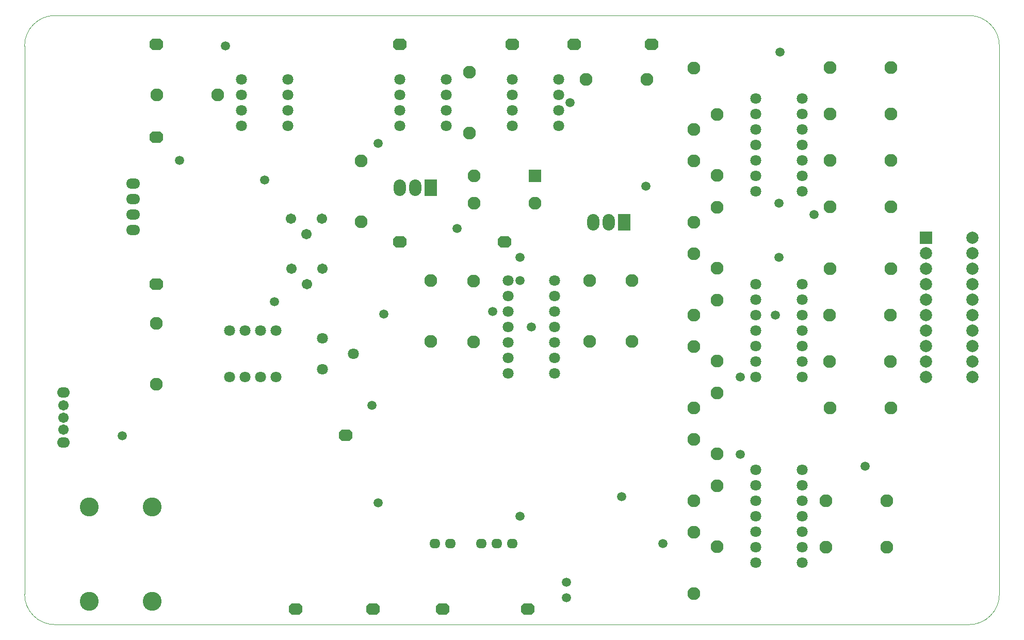
<source format=gbs>
G04*
G04 #@! TF.GenerationSoftware,Altium Limited,Altium Designer,20.1.12 (249)*
G04*
G04 Layer_Color=16711935*
%FSLAX25Y25*%
%MOIN*%
G70*
G04*
G04 #@! TF.SameCoordinates,6C7D9CAF-E978-41D4-BD8A-455F840FEFA2*
G04*
G04*
G04 #@! TF.FilePolarity,Negative*
G04*
G01*
G75*
%ADD14C,0.00197*%
G04:AMPARAMS|DCode=27|XSize=86.74mil|YSize=74.93mil|CornerRadius=0mil|HoleSize=0mil|Usage=FLASHONLY|Rotation=0.000|XOffset=0mil|YOffset=0mil|HoleType=Round|Shape=Octagon|*
%AMOCTAGOND27*
4,1,8,0.04337,-0.01873,0.04337,0.01873,0.02464,0.03747,-0.02464,0.03747,-0.04337,0.01873,-0.04337,-0.01873,-0.02464,-0.03747,0.02464,-0.03747,0.04337,-0.01873,0.0*
%
%ADD27OCTAGOND27*%

%ADD28C,0.07099*%
%ADD29O,0.08280X0.06706*%
%ADD30C,0.06706*%
%ADD31R,0.07887X0.10642*%
%ADD32O,0.07887X0.10642*%
%ADD33O,0.09068X0.06706*%
%ADD34C,0.12217*%
%ADD35C,0.08280*%
%ADD36R,0.08280X0.08280*%
%ADD37C,0.07887*%
%ADD38R,0.07887X0.07887*%
%ADD39O,0.07099X0.06115*%
%ADD40C,0.05918*%
D14*
X610236D02*
G03*
X629921Y19685I0J19685D01*
G01*
Y374016D02*
G03*
X610236Y393701I-19685J0D01*
G01*
X19685D02*
G03*
X0Y374016I0J-19685D01*
G01*
Y19685D02*
G03*
X19685Y0I19685J0D01*
G01*
Y393701D02*
X610236D01*
X629921Y19685D02*
Y374016D01*
X0Y19685D02*
Y374016D01*
X19685Y0D02*
X610236D01*
D27*
X315000Y375000D02*
D03*
X270000Y10000D02*
D03*
X325000D02*
D03*
X225000D02*
D03*
X175000D02*
D03*
X405000Y375000D02*
D03*
X207500Y122500D02*
D03*
X310000Y247500D02*
D03*
X242500D02*
D03*
X85000Y375000D02*
D03*
Y315000D02*
D03*
Y220000D02*
D03*
X242500Y375000D02*
D03*
X355000D02*
D03*
D28*
X132500Y190000D02*
D03*
X142500D02*
D03*
X152500D02*
D03*
X162500D02*
D03*
Y160000D02*
D03*
X152500D02*
D03*
X142500D02*
D03*
X132500D02*
D03*
X192500Y185000D02*
D03*
X212500Y175000D02*
D03*
X192500Y165000D02*
D03*
X472500Y100000D02*
D03*
Y90000D02*
D03*
Y80000D02*
D03*
Y70000D02*
D03*
Y60000D02*
D03*
Y50000D02*
D03*
Y40000D02*
D03*
X502500D02*
D03*
Y100000D02*
D03*
Y90000D02*
D03*
Y80000D02*
D03*
Y70000D02*
D03*
Y60000D02*
D03*
Y50000D02*
D03*
X472500Y220000D02*
D03*
Y210000D02*
D03*
Y200000D02*
D03*
Y190000D02*
D03*
Y180000D02*
D03*
Y170000D02*
D03*
Y160000D02*
D03*
X502500D02*
D03*
Y220000D02*
D03*
Y210000D02*
D03*
Y200000D02*
D03*
Y190000D02*
D03*
Y180000D02*
D03*
Y170000D02*
D03*
X472500Y340000D02*
D03*
Y330000D02*
D03*
Y320000D02*
D03*
Y310000D02*
D03*
Y300000D02*
D03*
Y290000D02*
D03*
Y280000D02*
D03*
X502500D02*
D03*
Y340000D02*
D03*
Y330000D02*
D03*
Y320000D02*
D03*
Y310000D02*
D03*
Y300000D02*
D03*
Y290000D02*
D03*
X315000Y352500D02*
D03*
Y342500D02*
D03*
Y332500D02*
D03*
Y322500D02*
D03*
X345000D02*
D03*
Y332500D02*
D03*
Y342500D02*
D03*
Y352500D02*
D03*
X312500Y222500D02*
D03*
Y212500D02*
D03*
Y202500D02*
D03*
Y192500D02*
D03*
Y182500D02*
D03*
Y172500D02*
D03*
Y162500D02*
D03*
X342500D02*
D03*
Y222500D02*
D03*
Y212500D02*
D03*
Y202500D02*
D03*
Y192500D02*
D03*
Y182500D02*
D03*
Y172500D02*
D03*
X140000Y352500D02*
D03*
Y342500D02*
D03*
Y332500D02*
D03*
Y322500D02*
D03*
X170000D02*
D03*
Y332500D02*
D03*
Y342500D02*
D03*
Y352500D02*
D03*
X242500D02*
D03*
Y342500D02*
D03*
Y332500D02*
D03*
Y322500D02*
D03*
X272500D02*
D03*
Y332500D02*
D03*
Y342500D02*
D03*
Y352500D02*
D03*
D29*
X25000Y117717D02*
D03*
Y150000D02*
D03*
D30*
Y125984D02*
D03*
Y133858D02*
D03*
Y141732D02*
D03*
X172228Y262448D02*
D03*
X182228Y252448D02*
D03*
X192228Y262448D02*
D03*
X172500Y230000D02*
D03*
X182500Y220000D02*
D03*
X192500Y230000D02*
D03*
D31*
X262500Y282500D02*
D03*
X387500Y260000D02*
D03*
D32*
X252500Y282500D02*
D03*
X242500D02*
D03*
X367500Y260000D02*
D03*
X377500D02*
D03*
D33*
X70000Y285000D02*
D03*
Y275000D02*
D03*
Y265000D02*
D03*
Y255000D02*
D03*
D34*
X41949Y15000D02*
D03*
Y76024D02*
D03*
X82500D02*
D03*
Y15000D02*
D03*
D35*
X432500Y59587D02*
D03*
Y20216D02*
D03*
X447500Y89685D02*
D03*
Y50315D02*
D03*
X432500Y119587D02*
D03*
Y80216D02*
D03*
X447500Y149685D02*
D03*
Y110315D02*
D03*
X432500Y179587D02*
D03*
Y140217D02*
D03*
X517815Y50000D02*
D03*
X557185D02*
D03*
X517815Y80000D02*
D03*
X557185D02*
D03*
X520315Y140000D02*
D03*
X559685D02*
D03*
X520000Y170000D02*
D03*
X559370D02*
D03*
X447500Y170315D02*
D03*
Y209685D02*
D03*
X520000Y200000D02*
D03*
X559370D02*
D03*
X520315Y230000D02*
D03*
X559685D02*
D03*
X520315Y270000D02*
D03*
X559685D02*
D03*
X432500Y239587D02*
D03*
Y200217D02*
D03*
X520315Y300000D02*
D03*
X559685D02*
D03*
X520315Y330000D02*
D03*
X559685D02*
D03*
X520315Y360000D02*
D03*
X559685D02*
D03*
X447500Y269685D02*
D03*
Y230315D02*
D03*
X432500Y299587D02*
D03*
Y260216D02*
D03*
X447500Y329685D02*
D03*
Y290315D02*
D03*
X432500Y359587D02*
D03*
Y320216D02*
D03*
X287500Y317815D02*
D03*
Y357185D02*
D03*
X402185Y352500D02*
D03*
X362815D02*
D03*
X365000Y222500D02*
D03*
Y183130D02*
D03*
X290000Y182815D02*
D03*
Y222185D02*
D03*
X85000Y194685D02*
D03*
Y155315D02*
D03*
X392500Y183130D02*
D03*
Y222500D02*
D03*
X262500Y183130D02*
D03*
Y222500D02*
D03*
X217500Y299685D02*
D03*
Y260315D02*
D03*
X290315Y272500D02*
D03*
X329685D02*
D03*
X124685Y342500D02*
D03*
X85315D02*
D03*
X290315Y290000D02*
D03*
D36*
X329685D02*
D03*
D37*
X612500Y160000D02*
D03*
Y170000D02*
D03*
Y180000D02*
D03*
Y190000D02*
D03*
Y200000D02*
D03*
Y210000D02*
D03*
Y220000D02*
D03*
Y230000D02*
D03*
Y240000D02*
D03*
Y250000D02*
D03*
X582500Y160000D02*
D03*
Y170000D02*
D03*
Y180000D02*
D03*
Y190000D02*
D03*
Y200000D02*
D03*
Y210000D02*
D03*
Y220000D02*
D03*
Y230000D02*
D03*
Y240000D02*
D03*
D38*
Y250000D02*
D03*
D39*
X315000Y52500D02*
D03*
X305000D02*
D03*
X295000D02*
D03*
X275000D02*
D03*
X265000D02*
D03*
D40*
X485000Y200000D02*
D03*
X155000Y287500D02*
D03*
X279528Y255906D02*
D03*
X161417Y208661D02*
D03*
X129921Y374016D02*
D03*
X62992Y122047D02*
D03*
X224410Y141732D02*
D03*
X228346Y78740D02*
D03*
X543307Y102362D02*
D03*
X385827Y82677D02*
D03*
X488189Y370079D02*
D03*
X401575Y283465D02*
D03*
X228346Y311024D02*
D03*
X232283Y200787D02*
D03*
X352500Y337500D02*
D03*
X412500Y52500D02*
D03*
X320000Y237500D02*
D03*
Y222500D02*
D03*
Y70000D02*
D03*
X327500Y192500D02*
D03*
X302500Y202500D02*
D03*
X350000Y17500D02*
D03*
X462500Y160000D02*
D03*
Y110000D02*
D03*
X487500Y237500D02*
D03*
Y272500D02*
D03*
X510000Y265000D02*
D03*
X100000Y300000D02*
D03*
X350000Y27500D02*
D03*
M02*

</source>
